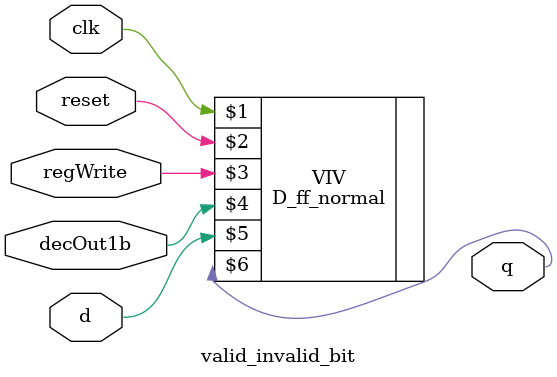
<source format=v>
module valid_invalid_bit(input clk, input reset, input regWrite, input decOut1b, input d, output  q);
	D_ff_normal VIV(clk, reset, regWrite, decOut1b, d, q);
endmodule
</source>
